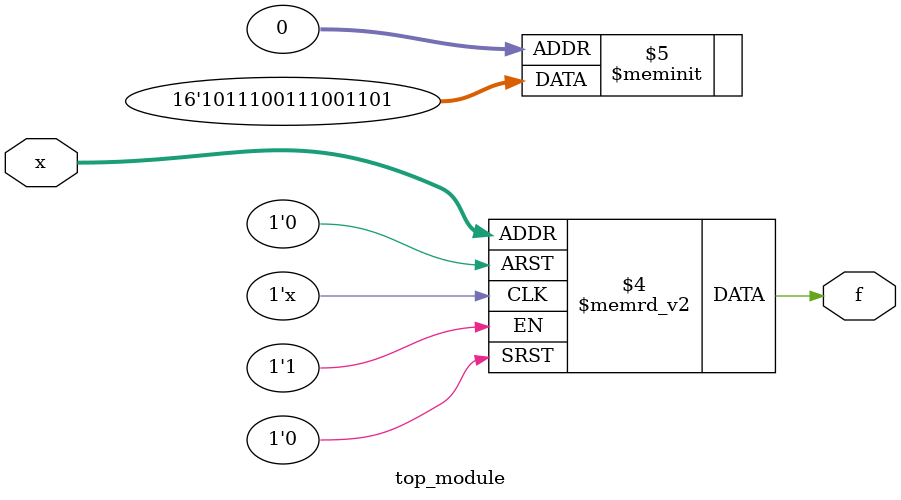
<source format=sv>
module top_module (
    input [4:1] x,
    output logic f
);

always_comb begin
    case(x)
        4'b00_00: f = 1;
        4'b00_01: f = 0;
        4'b00_11: f = 1;
        4'b00_10: f = 1;
        4'b01_00: f = 0;
        4'b01_01: f = 0;
        4'b01_11: f = 1;
        4'b01_10: f = 1;
        4'b11_00: f = 1;
        4'b11_01: f = 1;
        4'b11_11: f = 1;
        4'b11_10: f = 0;
        4'b10_00: f = 1;
        4'b10_01: f = 0;
        4'b10_11: f = 1;
        4'b10_10: f = 0;
    endcase
end

endmodule

</source>
